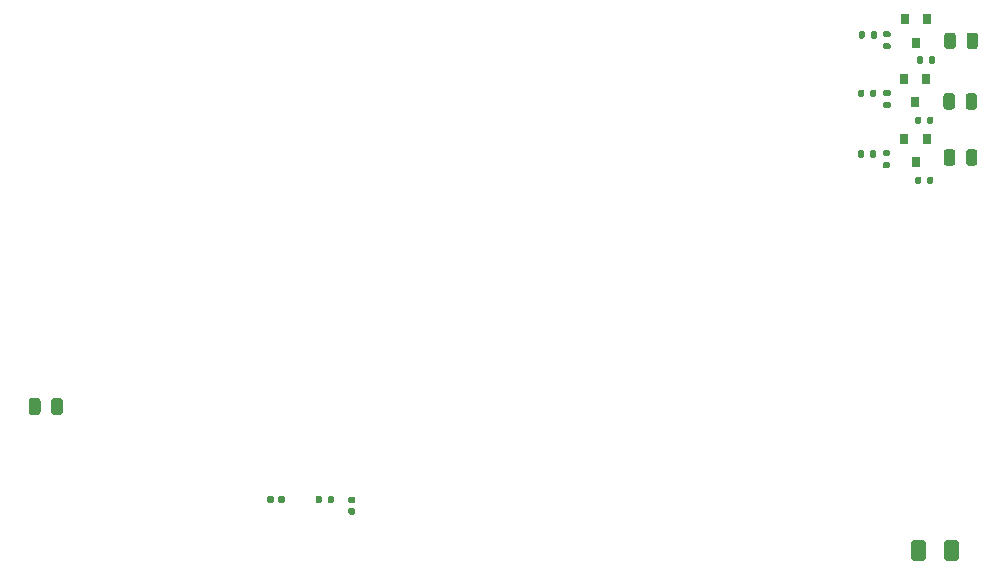
<source format=gbr>
%TF.GenerationSoftware,KiCad,Pcbnew,(5.1.10-1-10_14)*%
%TF.CreationDate,2022-08-23T11:20:17+02:00*%
%TF.ProjectId,RO Flow Counter,524f2046-6c6f-4772-9043-6f756e746572,rev?*%
%TF.SameCoordinates,Original*%
%TF.FileFunction,Paste,Top*%
%TF.FilePolarity,Positive*%
%FSLAX46Y46*%
G04 Gerber Fmt 4.6, Leading zero omitted, Abs format (unit mm)*
G04 Created by KiCad (PCBNEW (5.1.10-1-10_14)) date 2022-08-23 11:20:17*
%MOMM*%
%LPD*%
G01*
G04 APERTURE LIST*
%ADD10R,0.800000X0.900000*%
G04 APERTURE END LIST*
%TO.C,R27*%
G36*
G01*
X207525200Y-61710600D02*
X207155200Y-61710600D01*
G75*
G02*
X207020200Y-61575600I0J135000D01*
G01*
X207020200Y-61305600D01*
G75*
G02*
X207155200Y-61170600I135000J0D01*
G01*
X207525200Y-61170600D01*
G75*
G02*
X207660200Y-61305600I0J-135000D01*
G01*
X207660200Y-61575600D01*
G75*
G02*
X207525200Y-61710600I-135000J0D01*
G01*
G37*
G36*
G01*
X207525200Y-62730600D02*
X207155200Y-62730600D01*
G75*
G02*
X207020200Y-62595600I0J135000D01*
G01*
X207020200Y-62325600D01*
G75*
G02*
X207155200Y-62190600I135000J0D01*
G01*
X207525200Y-62190600D01*
G75*
G02*
X207660200Y-62325600I0J-135000D01*
G01*
X207660200Y-62595600D01*
G75*
G02*
X207525200Y-62730600I-135000J0D01*
G01*
G37*
%TD*%
%TO.C,R26*%
G36*
G01*
X205978000Y-61678400D02*
X205978000Y-61308400D01*
G75*
G02*
X206113000Y-61173400I135000J0D01*
G01*
X206383000Y-61173400D01*
G75*
G02*
X206518000Y-61308400I0J-135000D01*
G01*
X206518000Y-61678400D01*
G75*
G02*
X206383000Y-61813400I-135000J0D01*
G01*
X206113000Y-61813400D01*
G75*
G02*
X205978000Y-61678400I0J135000D01*
G01*
G37*
G36*
G01*
X204958000Y-61678400D02*
X204958000Y-61308400D01*
G75*
G02*
X205093000Y-61173400I135000J0D01*
G01*
X205363000Y-61173400D01*
G75*
G02*
X205498000Y-61308400I0J-135000D01*
G01*
X205498000Y-61678400D01*
G75*
G02*
X205363000Y-61813400I-135000J0D01*
G01*
X205093000Y-61813400D01*
G75*
G02*
X204958000Y-61678400I0J135000D01*
G01*
G37*
%TD*%
%TO.C,R25*%
G36*
G01*
X210402200Y-63442000D02*
X210402200Y-63812000D01*
G75*
G02*
X210267200Y-63947000I-135000J0D01*
G01*
X209997200Y-63947000D01*
G75*
G02*
X209862200Y-63812000I0J135000D01*
G01*
X209862200Y-63442000D01*
G75*
G02*
X209997200Y-63307000I135000J0D01*
G01*
X210267200Y-63307000D01*
G75*
G02*
X210402200Y-63442000I0J-135000D01*
G01*
G37*
G36*
G01*
X211422200Y-63442000D02*
X211422200Y-63812000D01*
G75*
G02*
X211287200Y-63947000I-135000J0D01*
G01*
X211017200Y-63947000D01*
G75*
G02*
X210882200Y-63812000I0J135000D01*
G01*
X210882200Y-63442000D01*
G75*
G02*
X211017200Y-63307000I135000J0D01*
G01*
X211287200Y-63307000D01*
G75*
G02*
X211422200Y-63442000I0J-135000D01*
G01*
G37*
%TD*%
D10*
%TO.C,Q5*%
X209829400Y-62163200D03*
X208879400Y-60163200D03*
X210779400Y-60163200D03*
%TD*%
%TO.C,D6*%
G36*
G01*
X214094400Y-62456250D02*
X214094400Y-61543750D01*
G75*
G02*
X214338150Y-61300000I243750J0D01*
G01*
X214825650Y-61300000D01*
G75*
G02*
X215069400Y-61543750I0J-243750D01*
G01*
X215069400Y-62456250D01*
G75*
G02*
X214825650Y-62700000I-243750J0D01*
G01*
X214338150Y-62700000D01*
G75*
G02*
X214094400Y-62456250I0J243750D01*
G01*
G37*
G36*
G01*
X212219400Y-62456250D02*
X212219400Y-61543750D01*
G75*
G02*
X212463150Y-61300000I243750J0D01*
G01*
X212950650Y-61300000D01*
G75*
G02*
X213194400Y-61543750I0J-243750D01*
G01*
X213194400Y-62456250D01*
G75*
G02*
X212950650Y-62700000I-243750J0D01*
G01*
X212463150Y-62700000D01*
G75*
G02*
X212219400Y-62456250I0J243750D01*
G01*
G37*
%TD*%
%TO.C,R24*%
G36*
G01*
X207525200Y-66689000D02*
X207155200Y-66689000D01*
G75*
G02*
X207020200Y-66554000I0J135000D01*
G01*
X207020200Y-66284000D01*
G75*
G02*
X207155200Y-66149000I135000J0D01*
G01*
X207525200Y-66149000D01*
G75*
G02*
X207660200Y-66284000I0J-135000D01*
G01*
X207660200Y-66554000D01*
G75*
G02*
X207525200Y-66689000I-135000J0D01*
G01*
G37*
G36*
G01*
X207525200Y-67709000D02*
X207155200Y-67709000D01*
G75*
G02*
X207020200Y-67574000I0J135000D01*
G01*
X207020200Y-67304000D01*
G75*
G02*
X207155200Y-67169000I135000J0D01*
G01*
X207525200Y-67169000D01*
G75*
G02*
X207660200Y-67304000I0J-135000D01*
G01*
X207660200Y-67574000D01*
G75*
G02*
X207525200Y-67709000I-135000J0D01*
G01*
G37*
%TD*%
%TO.C,R23*%
G36*
G01*
X207499800Y-71769000D02*
X207129800Y-71769000D01*
G75*
G02*
X206994800Y-71634000I0J135000D01*
G01*
X206994800Y-71364000D01*
G75*
G02*
X207129800Y-71229000I135000J0D01*
G01*
X207499800Y-71229000D01*
G75*
G02*
X207634800Y-71364000I0J-135000D01*
G01*
X207634800Y-71634000D01*
G75*
G02*
X207499800Y-71769000I-135000J0D01*
G01*
G37*
G36*
G01*
X207499800Y-72789000D02*
X207129800Y-72789000D01*
G75*
G02*
X206994800Y-72654000I0J135000D01*
G01*
X206994800Y-72384000D01*
G75*
G02*
X207129800Y-72249000I135000J0D01*
G01*
X207499800Y-72249000D01*
G75*
G02*
X207634800Y-72384000I0J-135000D01*
G01*
X207634800Y-72654000D01*
G75*
G02*
X207499800Y-72789000I-135000J0D01*
G01*
G37*
%TD*%
%TO.C,Q2*%
X209753200Y-67192400D03*
X208803200Y-65192400D03*
X210703200Y-65192400D03*
%TD*%
%TO.C,Q1*%
X209778600Y-72272400D03*
X208828600Y-70272400D03*
X210728600Y-70272400D03*
%TD*%
%TO.C,F1*%
G36*
G01*
X210654600Y-104531000D02*
X210654600Y-105781000D01*
G75*
G02*
X210404600Y-106031000I-250000J0D01*
G01*
X209654600Y-106031000D01*
G75*
G02*
X209404600Y-105781000I0J250000D01*
G01*
X209404600Y-104531000D01*
G75*
G02*
X209654600Y-104281000I250000J0D01*
G01*
X210404600Y-104281000D01*
G75*
G02*
X210654600Y-104531000I0J-250000D01*
G01*
G37*
G36*
G01*
X213454600Y-104531000D02*
X213454600Y-105781000D01*
G75*
G02*
X213204600Y-106031000I-250000J0D01*
G01*
X212454600Y-106031000D01*
G75*
G02*
X212204600Y-105781000I0J250000D01*
G01*
X212204600Y-104531000D01*
G75*
G02*
X212454600Y-104281000I250000J0D01*
G01*
X213204600Y-104281000D01*
G75*
G02*
X213454600Y-104531000I0J-250000D01*
G01*
G37*
%TD*%
%TO.C,R6*%
G36*
G01*
X160006000Y-101023000D02*
X160006000Y-100653000D01*
G75*
G02*
X160141000Y-100518000I135000J0D01*
G01*
X160411000Y-100518000D01*
G75*
G02*
X160546000Y-100653000I0J-135000D01*
G01*
X160546000Y-101023000D01*
G75*
G02*
X160411000Y-101158000I-135000J0D01*
G01*
X160141000Y-101158000D01*
G75*
G02*
X160006000Y-101023000I0J135000D01*
G01*
G37*
G36*
G01*
X158986000Y-101023000D02*
X158986000Y-100653000D01*
G75*
G02*
X159121000Y-100518000I135000J0D01*
G01*
X159391000Y-100518000D01*
G75*
G02*
X159526000Y-100653000I0J-135000D01*
G01*
X159526000Y-101023000D01*
G75*
G02*
X159391000Y-101158000I-135000J0D01*
G01*
X159121000Y-101158000D01*
G75*
G02*
X158986000Y-101023000I0J135000D01*
G01*
G37*
%TD*%
%TO.C,R4*%
G36*
G01*
X210275200Y-73627400D02*
X210275200Y-73997400D01*
G75*
G02*
X210140200Y-74132400I-135000J0D01*
G01*
X209870200Y-74132400D01*
G75*
G02*
X209735200Y-73997400I0J135000D01*
G01*
X209735200Y-73627400D01*
G75*
G02*
X209870200Y-73492400I135000J0D01*
G01*
X210140200Y-73492400D01*
G75*
G02*
X210275200Y-73627400I0J-135000D01*
G01*
G37*
G36*
G01*
X211295200Y-73627400D02*
X211295200Y-73997400D01*
G75*
G02*
X211160200Y-74132400I-135000J0D01*
G01*
X210890200Y-74132400D01*
G75*
G02*
X210755200Y-73997400I0J135000D01*
G01*
X210755200Y-73627400D01*
G75*
G02*
X210890200Y-73492400I135000J0D01*
G01*
X211160200Y-73492400D01*
G75*
G02*
X211295200Y-73627400I0J-135000D01*
G01*
G37*
%TD*%
%TO.C,R3*%
G36*
G01*
X210275200Y-68547400D02*
X210275200Y-68917400D01*
G75*
G02*
X210140200Y-69052400I-135000J0D01*
G01*
X209870200Y-69052400D01*
G75*
G02*
X209735200Y-68917400I0J135000D01*
G01*
X209735200Y-68547400D01*
G75*
G02*
X209870200Y-68412400I135000J0D01*
G01*
X210140200Y-68412400D01*
G75*
G02*
X210275200Y-68547400I0J-135000D01*
G01*
G37*
G36*
G01*
X211295200Y-68547400D02*
X211295200Y-68917400D01*
G75*
G02*
X211160200Y-69052400I-135000J0D01*
G01*
X210890200Y-69052400D01*
G75*
G02*
X210755200Y-68917400I0J135000D01*
G01*
X210755200Y-68547400D01*
G75*
G02*
X210890200Y-68412400I135000J0D01*
G01*
X211160200Y-68412400D01*
G75*
G02*
X211295200Y-68547400I0J-135000D01*
G01*
G37*
%TD*%
%TO.C,R2*%
G36*
G01*
X205929200Y-66631400D02*
X205929200Y-66261400D01*
G75*
G02*
X206064200Y-66126400I135000J0D01*
G01*
X206334200Y-66126400D01*
G75*
G02*
X206469200Y-66261400I0J-135000D01*
G01*
X206469200Y-66631400D01*
G75*
G02*
X206334200Y-66766400I-135000J0D01*
G01*
X206064200Y-66766400D01*
G75*
G02*
X205929200Y-66631400I0J135000D01*
G01*
G37*
G36*
G01*
X204909200Y-66631400D02*
X204909200Y-66261400D01*
G75*
G02*
X205044200Y-66126400I135000J0D01*
G01*
X205314200Y-66126400D01*
G75*
G02*
X205449200Y-66261400I0J-135000D01*
G01*
X205449200Y-66631400D01*
G75*
G02*
X205314200Y-66766400I-135000J0D01*
G01*
X205044200Y-66766400D01*
G75*
G02*
X204909200Y-66631400I0J135000D01*
G01*
G37*
%TD*%
%TO.C,R1*%
G36*
G01*
X205929200Y-71762200D02*
X205929200Y-71392200D01*
G75*
G02*
X206064200Y-71257200I135000J0D01*
G01*
X206334200Y-71257200D01*
G75*
G02*
X206469200Y-71392200I0J-135000D01*
G01*
X206469200Y-71762200D01*
G75*
G02*
X206334200Y-71897200I-135000J0D01*
G01*
X206064200Y-71897200D01*
G75*
G02*
X205929200Y-71762200I0J135000D01*
G01*
G37*
G36*
G01*
X204909200Y-71762200D02*
X204909200Y-71392200D01*
G75*
G02*
X205044200Y-71257200I135000J0D01*
G01*
X205314200Y-71257200D01*
G75*
G02*
X205449200Y-71392200I0J-135000D01*
G01*
X205449200Y-71762200D01*
G75*
G02*
X205314200Y-71897200I-135000J0D01*
G01*
X205044200Y-71897200D01*
G75*
G02*
X204909200Y-71762200I0J135000D01*
G01*
G37*
%TD*%
%TO.C,D2*%
G36*
G01*
X214040900Y-72338250D02*
X214040900Y-71425750D01*
G75*
G02*
X214284650Y-71182000I243750J0D01*
G01*
X214772150Y-71182000D01*
G75*
G02*
X215015900Y-71425750I0J-243750D01*
G01*
X215015900Y-72338250D01*
G75*
G02*
X214772150Y-72582000I-243750J0D01*
G01*
X214284650Y-72582000D01*
G75*
G02*
X214040900Y-72338250I0J243750D01*
G01*
G37*
G36*
G01*
X212165900Y-72338250D02*
X212165900Y-71425750D01*
G75*
G02*
X212409650Y-71182000I243750J0D01*
G01*
X212897150Y-71182000D01*
G75*
G02*
X213140900Y-71425750I0J-243750D01*
G01*
X213140900Y-72338250D01*
G75*
G02*
X212897150Y-72582000I-243750J0D01*
G01*
X212409650Y-72582000D01*
G75*
G02*
X212165900Y-72338250I0J243750D01*
G01*
G37*
%TD*%
%TO.C,D1*%
G36*
G01*
X214009900Y-67586250D02*
X214009900Y-66673750D01*
G75*
G02*
X214253650Y-66430000I243750J0D01*
G01*
X214741150Y-66430000D01*
G75*
G02*
X214984900Y-66673750I0J-243750D01*
G01*
X214984900Y-67586250D01*
G75*
G02*
X214741150Y-67830000I-243750J0D01*
G01*
X214253650Y-67830000D01*
G75*
G02*
X214009900Y-67586250I0J243750D01*
G01*
G37*
G36*
G01*
X212134900Y-67586250D02*
X212134900Y-66673750D01*
G75*
G02*
X212378650Y-66430000I243750J0D01*
G01*
X212866150Y-66430000D01*
G75*
G02*
X213109900Y-66673750I0J-243750D01*
G01*
X213109900Y-67586250D01*
G75*
G02*
X212866150Y-67830000I-243750J0D01*
G01*
X212378650Y-67830000D01*
G75*
G02*
X212134900Y-67586250I0J243750D01*
G01*
G37*
%TD*%
%TO.C,C4*%
G36*
G01*
X135694000Y-92489000D02*
X135694000Y-93439000D01*
G75*
G02*
X135444000Y-93689000I-250000J0D01*
G01*
X134944000Y-93689000D01*
G75*
G02*
X134694000Y-93439000I0J250000D01*
G01*
X134694000Y-92489000D01*
G75*
G02*
X134944000Y-92239000I250000J0D01*
G01*
X135444000Y-92239000D01*
G75*
G02*
X135694000Y-92489000I0J-250000D01*
G01*
G37*
G36*
G01*
X137594000Y-92489000D02*
X137594000Y-93439000D01*
G75*
G02*
X137344000Y-93689000I-250000J0D01*
G01*
X136844000Y-93689000D01*
G75*
G02*
X136594000Y-93439000I0J250000D01*
G01*
X136594000Y-92489000D01*
G75*
G02*
X136844000Y-92239000I250000J0D01*
G01*
X137344000Y-92239000D01*
G75*
G02*
X137594000Y-92489000I0J-250000D01*
G01*
G37*
%TD*%
%TO.C,C3*%
G36*
G01*
X155838500Y-101008000D02*
X155838500Y-100668000D01*
G75*
G02*
X155978500Y-100528000I140000J0D01*
G01*
X156258500Y-100528000D01*
G75*
G02*
X156398500Y-100668000I0J-140000D01*
G01*
X156398500Y-101008000D01*
G75*
G02*
X156258500Y-101148000I-140000J0D01*
G01*
X155978500Y-101148000D01*
G75*
G02*
X155838500Y-101008000I0J140000D01*
G01*
G37*
G36*
G01*
X154878500Y-101008000D02*
X154878500Y-100668000D01*
G75*
G02*
X155018500Y-100528000I140000J0D01*
G01*
X155298500Y-100528000D01*
G75*
G02*
X155438500Y-100668000I0J-140000D01*
G01*
X155438500Y-101008000D01*
G75*
G02*
X155298500Y-101148000I-140000J0D01*
G01*
X155018500Y-101148000D01*
G75*
G02*
X154878500Y-101008000I0J140000D01*
G01*
G37*
%TD*%
%TO.C,C2*%
G36*
G01*
X161882000Y-100586000D02*
X162222000Y-100586000D01*
G75*
G02*
X162362000Y-100726000I0J-140000D01*
G01*
X162362000Y-101006000D01*
G75*
G02*
X162222000Y-101146000I-140000J0D01*
G01*
X161882000Y-101146000D01*
G75*
G02*
X161742000Y-101006000I0J140000D01*
G01*
X161742000Y-100726000D01*
G75*
G02*
X161882000Y-100586000I140000J0D01*
G01*
G37*
G36*
G01*
X161882000Y-101546000D02*
X162222000Y-101546000D01*
G75*
G02*
X162362000Y-101686000I0J-140000D01*
G01*
X162362000Y-101966000D01*
G75*
G02*
X162222000Y-102106000I-140000J0D01*
G01*
X161882000Y-102106000D01*
G75*
G02*
X161742000Y-101966000I0J140000D01*
G01*
X161742000Y-101686000D01*
G75*
G02*
X161882000Y-101546000I140000J0D01*
G01*
G37*
%TD*%
M02*

</source>
